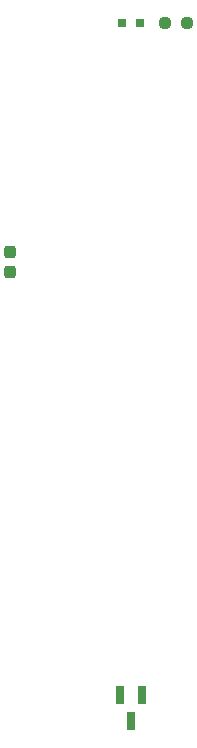
<source format=gbr>
G04 #@! TF.GenerationSoftware,KiCad,Pcbnew,7.0.11+dfsg-1build4*
G04 #@! TF.CreationDate,2024-12-04T13:10:18+09:00*
G04 #@! TF.ProjectId,bionic-mc6802,62696f6e-6963-42d6-9d63-363830322e6b,5*
G04 #@! TF.SameCoordinates,Original*
G04 #@! TF.FileFunction,Paste,Top*
G04 #@! TF.FilePolarity,Positive*
%FSLAX46Y46*%
G04 Gerber Fmt 4.6, Leading zero omitted, Abs format (unit mm)*
G04 Created by KiCad (PCBNEW 7.0.11+dfsg-1build4) date 2024-12-04 13:10:18*
%MOMM*%
%LPD*%
G01*
G04 APERTURE LIST*
G04 Aperture macros list*
%AMRoundRect*
0 Rectangle with rounded corners*
0 $1 Rounding radius*
0 $2 $3 $4 $5 $6 $7 $8 $9 X,Y pos of 4 corners*
0 Add a 4 corners polygon primitive as box body*
4,1,4,$2,$3,$4,$5,$6,$7,$8,$9,$2,$3,0*
0 Add four circle primitives for the rounded corners*
1,1,$1+$1,$2,$3*
1,1,$1+$1,$4,$5*
1,1,$1+$1,$6,$7*
1,1,$1+$1,$8,$9*
0 Add four rect primitives between the rounded corners*
20,1,$1+$1,$2,$3,$4,$5,0*
20,1,$1+$1,$4,$5,$6,$7,0*
20,1,$1+$1,$6,$7,$8,$9,0*
20,1,$1+$1,$8,$9,$2,$3,0*%
G04 Aperture macros list end*
%ADD10RoundRect,0.237500X0.237500X-0.300000X0.237500X0.300000X-0.237500X0.300000X-0.237500X-0.300000X0*%
%ADD11R,0.660400X1.625600*%
%ADD12RoundRect,0.237500X-0.250000X-0.237500X0.250000X-0.237500X0.250000X0.237500X-0.250000X0.237500X0*%
%ADD13R,0.762000X0.711200*%
G04 APERTURE END LIST*
D10*
X103489200Y-92860000D03*
X103489200Y-91135000D03*
D11*
X114650001Y-128674000D03*
X112749999Y-128674000D03*
X113700000Y-130806000D03*
D12*
X116597500Y-71778000D03*
X118422500Y-71778000D03*
D13*
X114474700Y-71778000D03*
X112925300Y-71778000D03*
M02*

</source>
